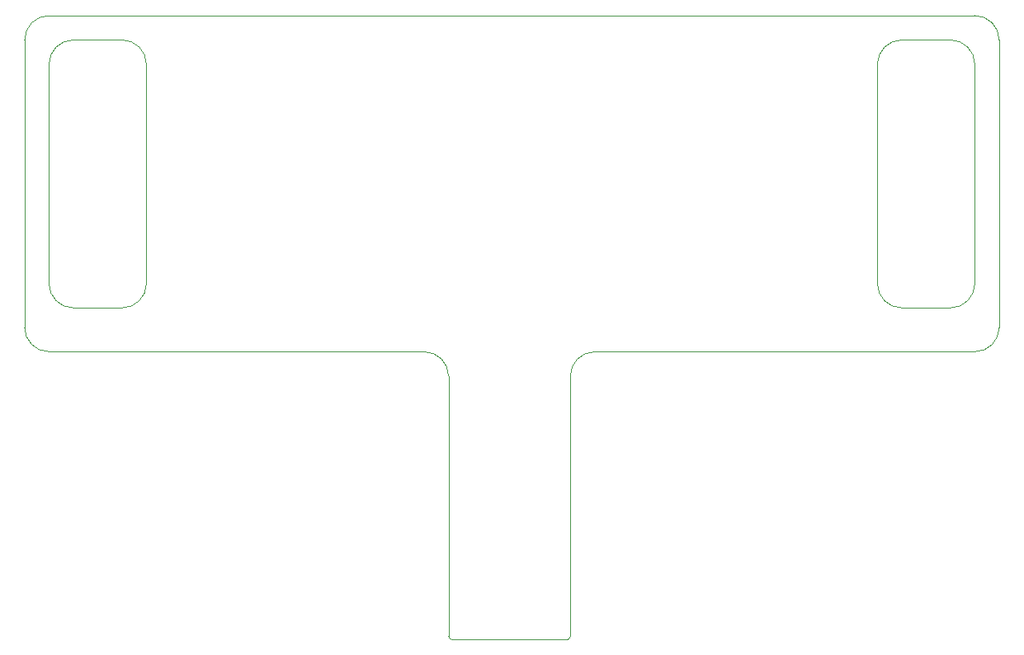
<source format=gbr>
%TF.GenerationSoftware,KiCad,Pcbnew,8.0.3-8.0.3-0~ubuntu23.10.1*%
%TF.CreationDate,2024-10-21T12:14:11-04:00*%
%TF.ProjectId,neck_electrode,6e65636b-5f65-46c6-9563-74726f64652e,rev?*%
%TF.SameCoordinates,Original*%
%TF.FileFunction,Profile,NP*%
%FSLAX46Y46*%
G04 Gerber Fmt 4.6, Leading zero omitted, Abs format (unit mm)*
G04 Created by KiCad (PCBNEW 8.0.3-8.0.3-0~ubuntu23.10.1) date 2024-10-21 12:14:11*
%MOMM*%
%LPD*%
G01*
G04 APERTURE LIST*
%TA.AperFunction,Profile*%
%ADD10C,0.050000*%
%TD*%
G04 APERTURE END LIST*
D10*
X138500000Y-94500000D02*
X100000000Y-94500000D01*
X197500000Y-62500000D02*
X197500000Y-92000000D01*
X156000000Y-94500000D02*
X195000000Y-94500000D01*
X100000000Y-60000000D02*
X195000000Y-60000000D01*
X97500000Y-92000000D02*
X97500000Y-62500000D01*
X107500000Y-62500000D02*
G75*
G02*
X110000000Y-65000000I0J-2500000D01*
G01*
X153500000Y-120000000D02*
X153500000Y-97000000D01*
X187500000Y-62500000D02*
X192500000Y-62500000D01*
X141000000Y-120000000D02*
X141000000Y-97000000D01*
X100000000Y-87500000D02*
X100000000Y-65000000D01*
X195000000Y-65000000D02*
X195000000Y-87500000D01*
X185000000Y-65000000D02*
G75*
G02*
X187500000Y-62500000I2500000J0D01*
G01*
X185000000Y-87500000D02*
X185000000Y-65000000D01*
X192500000Y-90000000D02*
X187500000Y-90000000D01*
X192500000Y-62500000D02*
G75*
G02*
X195000000Y-65000000I0J-2500000D01*
G01*
X102500000Y-90000000D02*
G75*
G02*
X100000000Y-87500000I0J2500000D01*
G01*
X97500000Y-62500000D02*
G75*
G02*
X100000000Y-60000000I2500000J0D01*
G01*
X110000000Y-87500000D02*
G75*
G02*
X107500000Y-90000000I-2500000J0D01*
G01*
X107500000Y-90000000D02*
X102500000Y-90000000D01*
X100000000Y-65000000D02*
G75*
G02*
X102500000Y-62500000I2500000J0D01*
G01*
X138500000Y-94500000D02*
G75*
G02*
X141000000Y-97000000I0J-2500000D01*
G01*
X110000000Y-65000000D02*
X110000000Y-87500000D01*
X195000000Y-60000000D02*
G75*
G02*
X197500000Y-62500000I0J-2500000D01*
G01*
X195000000Y-87500000D02*
G75*
G02*
X192500000Y-90000000I-2500000J0D01*
G01*
X187500000Y-90000000D02*
G75*
G02*
X185000000Y-87500000I0J2500000D01*
G01*
X197500000Y-92000000D02*
G75*
G02*
X195000000Y-94500000I-2500000J0D01*
G01*
X100000000Y-94500000D02*
G75*
G02*
X97500000Y-92000000I0J2500000D01*
G01*
X102500000Y-62500000D02*
X107500000Y-62500000D01*
X153500000Y-97000000D02*
G75*
G02*
X156000000Y-94500000I2500000J0D01*
G01*
%TO.C,J1*%
X141000000Y-123700000D02*
X141000000Y-120000000D01*
X153200000Y-124000000D02*
X141300000Y-124000000D01*
X153500000Y-123700000D02*
X153500000Y-120000000D01*
X141300000Y-124000000D02*
G75*
G02*
X141000000Y-123700000I0J300000D01*
G01*
X153500000Y-123700000D02*
G75*
G02*
X153200000Y-124000000I-300000J0D01*
G01*
%TD*%
M02*

</source>
